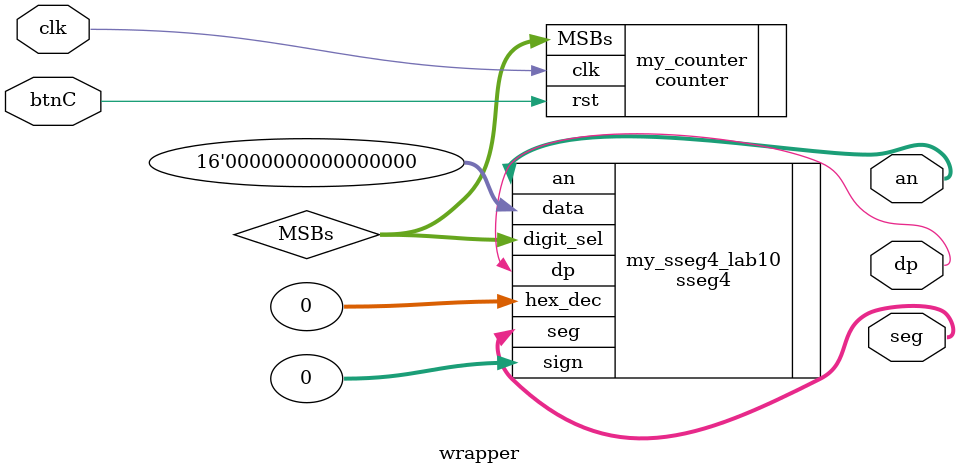
<source format=sv>
`timescale 1ns / 1ps


module wrapper(
    input clk,
    input btnC,
    output [6:0] seg,
    output dp,
    output [3:0] an
    );
    
    wire [1:0] MSBs;
    
    counter #(.N(20)) my_counter(
        .clk(clk),
        .rst(btnC),
        .MSBs(MSBs)
    );
    
    
    sseg4 my_sseg4_lab10(
        .data(16'b0),
        .hex_dec(0),
        .sign(0),
        .digit_sel(MSBs),
        .an(an),
        .dp(dp),
        .seg(seg)
    ); 
endmodule

</source>
